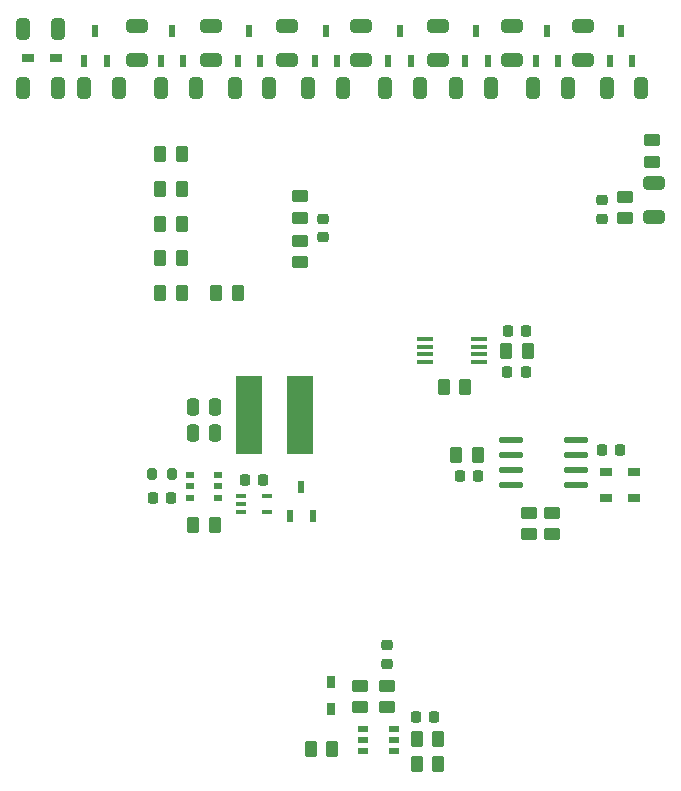
<source format=gbr>
%TF.GenerationSoftware,KiCad,Pcbnew,8.0.0*%
%TF.CreationDate,2024-06-21T16:47:30+05:30*%
%TF.ProjectId,HV_POWER_SUPPLY,48565f50-4f57-4455-925f-535550504c59,rev?*%
%TF.SameCoordinates,Original*%
%TF.FileFunction,Paste,Top*%
%TF.FilePolarity,Positive*%
%FSLAX46Y46*%
G04 Gerber Fmt 4.6, Leading zero omitted, Abs format (unit mm)*
G04 Created by KiCad (PCBNEW 8.0.0) date 2024-06-21 16:47:30*
%MOMM*%
%LPD*%
G01*
G04 APERTURE LIST*
G04 Aperture macros list*
%AMRoundRect*
0 Rectangle with rounded corners*
0 $1 Rounding radius*
0 $2 $3 $4 $5 $6 $7 $8 $9 X,Y pos of 4 corners*
0 Add a 4 corners polygon primitive as box body*
4,1,4,$2,$3,$4,$5,$6,$7,$8,$9,$2,$3,0*
0 Add four circle primitives for the rounded corners*
1,1,$1+$1,$2,$3*
1,1,$1+$1,$4,$5*
1,1,$1+$1,$6,$7*
1,1,$1+$1,$8,$9*
0 Add four rect primitives between the rounded corners*
20,1,$1+$1,$2,$3,$4,$5,0*
20,1,$1+$1,$4,$5,$6,$7,0*
20,1,$1+$1,$6,$7,$8,$9,0*
20,1,$1+$1,$8,$9,$2,$3,0*%
G04 Aperture macros list end*
%ADD10RoundRect,0.218750X-0.256250X0.218750X-0.256250X-0.218750X0.256250X-0.218750X0.256250X0.218750X0*%
%ADD11R,1.000000X0.750013*%
%ADD12RoundRect,0.225000X0.225000X0.250000X-0.225000X0.250000X-0.225000X-0.250000X0.225000X-0.250000X0*%
%ADD13R,0.600000X1.070003*%
%ADD14RoundRect,0.250000X-0.262500X-0.450000X0.262500X-0.450000X0.262500X0.450000X-0.262500X0.450000X0*%
%ADD15RoundRect,0.250000X-0.325000X-0.650000X0.325000X-0.650000X0.325000X0.650000X-0.325000X0.650000X0*%
%ADD16R,0.876300X0.508000*%
%ADD17RoundRect,0.250000X0.650000X-0.325000X0.650000X0.325000X-0.650000X0.325000X-0.650000X-0.325000X0*%
%ADD18RoundRect,0.250000X-0.650000X0.325000X-0.650000X-0.325000X0.650000X-0.325000X0.650000X0.325000X0*%
%ADD19R,1.397003X0.405994*%
%ADD20RoundRect,0.225000X-0.250000X0.225000X-0.250000X-0.225000X0.250000X-0.225000X0.250000X0.225000X0*%
%ADD21R,2.300000X6.600000*%
%ADD22RoundRect,0.250000X0.325000X0.650000X-0.325000X0.650000X-0.325000X-0.650000X0.325000X-0.650000X0*%
%ADD23RoundRect,0.200000X0.200000X0.275000X-0.200000X0.275000X-0.200000X-0.275000X0.200000X-0.275000X0*%
%ADD24RoundRect,0.250000X-0.450000X0.262500X-0.450000X-0.262500X0.450000X-0.262500X0.450000X0.262500X0*%
%ADD25RoundRect,0.225000X0.250000X-0.225000X0.250000X0.225000X-0.250000X0.225000X-0.250000X-0.225000X0*%
%ADD26R,0.750013X1.000000*%
%ADD27RoundRect,0.250000X0.450000X-0.262500X0.450000X0.262500X-0.450000X0.262500X-0.450000X-0.262500X0*%
%ADD28O,2.045009X0.588011*%
%ADD29R,0.800000X0.532004*%
%ADD30RoundRect,0.250000X-0.250000X-0.475000X0.250000X-0.475000X0.250000X0.475000X-0.250000X0.475000X0*%
%ADD31RoundRect,0.250000X0.262500X0.450000X-0.262500X0.450000X-0.262500X-0.450000X0.262500X-0.450000X0*%
%ADD32RoundRect,0.225000X-0.225000X-0.250000X0.225000X-0.250000X0.225000X0.250000X-0.225000X0.250000X0*%
%ADD33R,0.850013X0.350013*%
G04 APERTURE END LIST*
D10*
%TO.C,LED1*%
X90000000Y-95462500D03*
X90000000Y-97037500D03*
%TD*%
D11*
%TO.C,D3*%
X108577407Y-83000000D03*
X110922593Y-83000000D03*
%TD*%
%TO.C,D2*%
X110922593Y-80750000D03*
X108577407Y-80750000D03*
%TD*%
%TO.C,D1*%
X61992595Y-45750000D03*
X59647409Y-45750000D03*
%TD*%
D12*
%TO.C,C1*%
X70185050Y-82970000D03*
X71735050Y-82970000D03*
%TD*%
D13*
%TO.C,U10*%
X103570002Y-43479846D03*
X104519964Y-45950000D03*
X102620040Y-45950000D03*
%TD*%
D14*
%TO.C,R22*%
X85362500Y-104200000D03*
X83537500Y-104200000D03*
%TD*%
%TO.C,R2*%
X75412500Y-85250000D03*
X73587500Y-85250000D03*
%TD*%
D15*
%TO.C,C8*%
X73795002Y-48250000D03*
X70845002Y-48250000D03*
%TD*%
%TO.C,C18*%
X105295002Y-48250000D03*
X102345002Y-48250000D03*
%TD*%
D13*
%TO.C,U7*%
X84820002Y-43479846D03*
X85769964Y-45950000D03*
X83870040Y-45950000D03*
%TD*%
%TO.C,U9*%
X97570002Y-43479846D03*
X98519964Y-45950000D03*
X96620040Y-45950000D03*
%TD*%
D12*
%TO.C,C2*%
X77975000Y-81500000D03*
X79525000Y-81500000D03*
%TD*%
D16*
%TO.C,U15*%
X90564450Y-102549999D03*
X90564450Y-103500000D03*
X90564450Y-104450001D03*
X87935550Y-104450001D03*
X87935550Y-103500000D03*
X87935550Y-102549999D03*
%TD*%
D17*
%TO.C,C19*%
X106570002Y-42989923D03*
X106570002Y-45939923D03*
%TD*%
D14*
%TO.C,R16*%
X96647391Y-73630112D03*
X94822391Y-73630112D03*
%TD*%
D18*
%TO.C,C9*%
X75070002Y-45939923D03*
X75070002Y-42989923D03*
%TD*%
D19*
%TO.C,U13*%
X97799975Y-69524892D03*
X97799975Y-70174879D03*
X97799975Y-70825121D03*
X97799975Y-71475108D03*
X93200025Y-71475108D03*
X93200025Y-70825121D03*
X93200025Y-70174879D03*
X93200025Y-69524892D03*
%TD*%
D18*
%TO.C,C23*%
X112642150Y-59228701D03*
X112642150Y-56278701D03*
%TD*%
D20*
%TO.C,C21*%
X84600000Y-60925000D03*
X84600000Y-59375000D03*
%TD*%
D12*
%TO.C,C25*%
X96200000Y-81135001D03*
X97750000Y-81135001D03*
%TD*%
D21*
%TO.C,L1*%
X78350000Y-76000000D03*
X82650000Y-76000000D03*
%TD*%
D15*
%TO.C,C10*%
X80045002Y-48250000D03*
X77095002Y-48250000D03*
%TD*%
D22*
%TO.C,C22*%
X59187413Y-48250000D03*
X62137413Y-48250000D03*
%TD*%
D14*
%TO.C,R3*%
X72612501Y-53857503D03*
X70787501Y-53857503D03*
%TD*%
D23*
%TO.C,R1*%
X70135050Y-80970000D03*
X71785050Y-80970000D03*
%TD*%
D24*
%TO.C,R14*%
X104000000Y-86075000D03*
X104000000Y-84250000D03*
%TD*%
D15*
%TO.C,C14*%
X92795002Y-48250000D03*
X89845002Y-48250000D03*
%TD*%
D24*
%TO.C,R12*%
X112442150Y-54536201D03*
X112442150Y-52711201D03*
%TD*%
D18*
%TO.C,C7*%
X68820002Y-45939923D03*
X68820002Y-42989923D03*
%TD*%
D25*
%TO.C,C24*%
X108250000Y-57798701D03*
X108250000Y-59348701D03*
%TD*%
D18*
%TO.C,C17*%
X100570002Y-45939923D03*
X100570002Y-42989923D03*
%TD*%
D15*
%TO.C,C20*%
X111545002Y-48250000D03*
X108595002Y-48250000D03*
%TD*%
D14*
%TO.C,R17*%
X97712500Y-79350000D03*
X95887500Y-79350000D03*
%TD*%
%TO.C,R4*%
X72612501Y-56807503D03*
X70787501Y-56807503D03*
%TD*%
%TO.C,R5*%
X72612501Y-59757503D03*
X70787501Y-59757503D03*
%TD*%
D26*
%TO.C,D4*%
X85250000Y-100872593D03*
X85250000Y-98527407D03*
%TD*%
D15*
%TO.C,C16*%
X98795002Y-48250000D03*
X95845002Y-48250000D03*
%TD*%
D13*
%TO.C,U11*%
X109820002Y-43479846D03*
X110769964Y-45950000D03*
X108870040Y-45950000D03*
%TD*%
%TO.C,U4*%
X65320002Y-43479846D03*
X66269964Y-45950000D03*
X64370040Y-45950000D03*
%TD*%
D27*
%TO.C,R21*%
X90000000Y-98895755D03*
X90000000Y-100720755D03*
%TD*%
D18*
%TO.C,C15*%
X94320002Y-45939923D03*
X94320002Y-42989923D03*
%TD*%
D28*
%TO.C,U12*%
X106022416Y-78094996D03*
X106022416Y-79364999D03*
X106022416Y-80635001D03*
X106022416Y-81905004D03*
X100477584Y-81905004D03*
X100477584Y-80635001D03*
X100477584Y-79364999D03*
X100477584Y-78094996D03*
%TD*%
D18*
%TO.C,C11*%
X81570002Y-45939923D03*
X81570002Y-42989923D03*
%TD*%
D29*
%TO.C,U1*%
X73299975Y-82949962D03*
X73299975Y-82000000D03*
X73299975Y-81050038D03*
X75700025Y-81050038D03*
X75700025Y-82000000D03*
X75700025Y-82949962D03*
%TD*%
D30*
%TO.C,C4*%
X75450000Y-77500000D03*
X73550000Y-77500000D03*
%TD*%
D31*
%TO.C,R11*%
X75537501Y-65657503D03*
X77362501Y-65657503D03*
%TD*%
D30*
%TO.C,C3*%
X75450000Y-75250000D03*
X73550000Y-75250000D03*
%TD*%
D14*
%TO.C,R18*%
X101912500Y-70575121D03*
X100087500Y-70575121D03*
%TD*%
D32*
%TO.C,C28*%
X109752584Y-78885001D03*
X108202584Y-78885001D03*
%TD*%
D27*
%TO.C,R13*%
X110192150Y-57461201D03*
X110192150Y-59286201D03*
%TD*%
D14*
%TO.C,R20*%
X94362500Y-105500000D03*
X92537500Y-105500000D03*
%TD*%
%TO.C,R6*%
X72612501Y-62707503D03*
X70787501Y-62707503D03*
%TD*%
D24*
%TO.C,R9*%
X82650001Y-59262500D03*
X82650001Y-57437500D03*
%TD*%
D14*
%TO.C,R7*%
X72612501Y-65657503D03*
X70787501Y-65657503D03*
%TD*%
D13*
%TO.C,U6*%
X78320002Y-43479846D03*
X79269964Y-45950000D03*
X77370040Y-45950000D03*
%TD*%
D27*
%TO.C,R15*%
X102000000Y-84250000D03*
X102000000Y-86075000D03*
%TD*%
D32*
%TO.C,C27*%
X101775000Y-68825121D03*
X100225000Y-68825121D03*
%TD*%
%TO.C,C29*%
X94025000Y-101500000D03*
X92475000Y-101500000D03*
%TD*%
D12*
%TO.C,C26*%
X100200000Y-72325121D03*
X101750000Y-72325121D03*
%TD*%
D33*
%TO.C,U2*%
X79850076Y-82850013D03*
X79850076Y-84149987D03*
X77649924Y-84149987D03*
X77649924Y-83500000D03*
X77649924Y-82850013D03*
%TD*%
D15*
%TO.C,C6*%
X67295002Y-48250000D03*
X64345002Y-48250000D03*
%TD*%
D13*
%TO.C,U3*%
X82750000Y-82014923D03*
X83699962Y-84485077D03*
X81800038Y-84485077D03*
%TD*%
D24*
%TO.C,R10*%
X82650001Y-63012500D03*
X82650001Y-61187500D03*
%TD*%
D18*
%TO.C,C13*%
X87820002Y-45939923D03*
X87820002Y-42989923D03*
%TD*%
D13*
%TO.C,U5*%
X71820002Y-43479846D03*
X72769964Y-45950000D03*
X70870040Y-45950000D03*
%TD*%
D27*
%TO.C,R23*%
X87750000Y-98895755D03*
X87750000Y-100720755D03*
%TD*%
D15*
%TO.C,C5*%
X62137413Y-43314923D03*
X59187413Y-43314923D03*
%TD*%
D14*
%TO.C,R19*%
X94362500Y-103390000D03*
X92537500Y-103390000D03*
%TD*%
D15*
%TO.C,C12*%
X86295002Y-48250000D03*
X83345002Y-48250000D03*
%TD*%
D13*
%TO.C,U8*%
X91070002Y-43479846D03*
X92019964Y-45950000D03*
X90120040Y-45950000D03*
%TD*%
M02*

</source>
